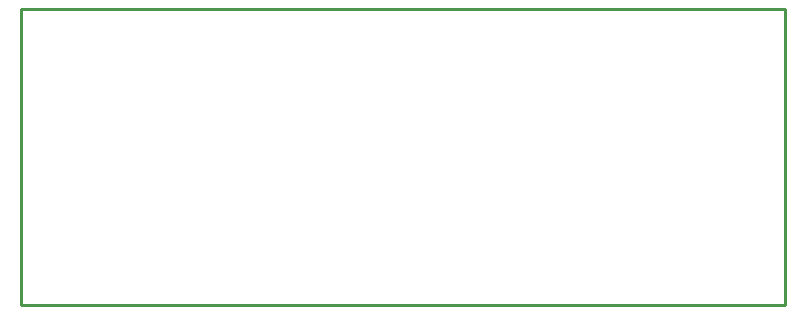
<source format=gbr>
G04 EAGLE Gerber RS-274X export*
G75*
%MOMM*%
%FSLAX34Y34*%
%LPD*%
%IN*%
%IPPOS*%
%AMOC8*
5,1,8,0,0,1.08239X$1,22.5*%
G01*
%ADD10C,0.254000*%


D10*
X0Y0D02*
X647500Y0D01*
X647500Y250700D01*
X0Y250700D01*
X0Y0D01*
M02*

</source>
